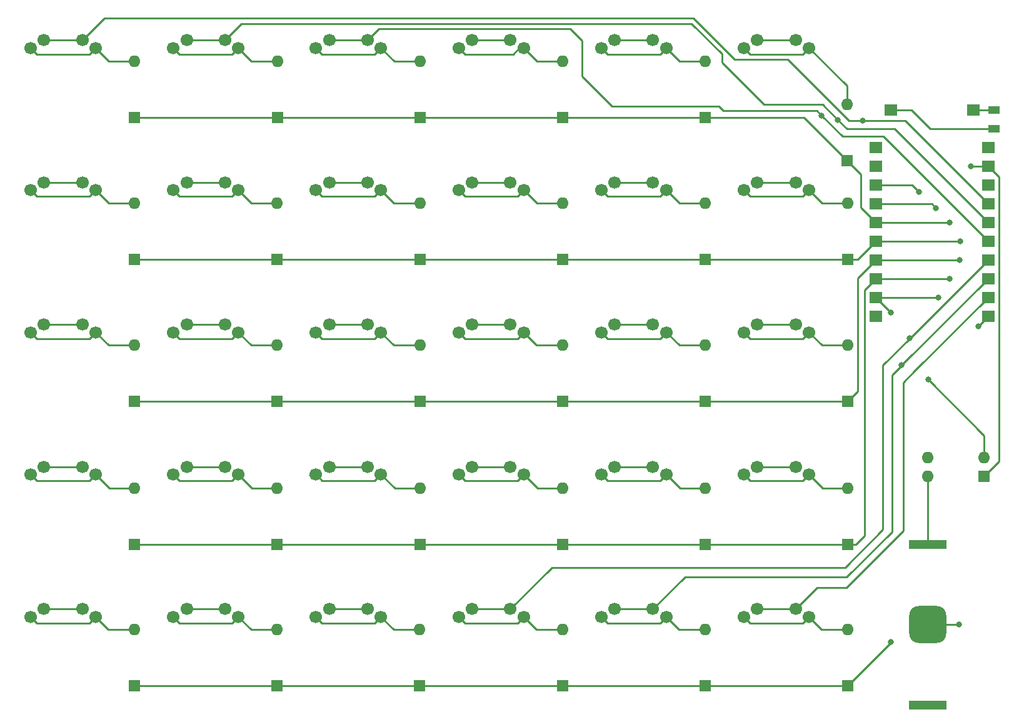
<source format=gbr>
%TF.GenerationSoftware,KiCad,Pcbnew,(6.0.8)*%
%TF.CreationDate,2023-02-14T18:00:54+07:00*%
%TF.ProjectId,dongle_256o,646f6e67-6c65-45f3-9235-366f2e6b6963,rev?*%
%TF.SameCoordinates,Original*%
%TF.FileFunction,Copper,L1,Top*%
%TF.FilePolarity,Positive*%
%FSLAX46Y46*%
G04 Gerber Fmt 4.6, Leading zero omitted, Abs format (unit mm)*
G04 Created by KiCad (PCBNEW (6.0.8)) date 2023-02-14 18:00:54*
%MOMM*%
%LPD*%
G01*
G04 APERTURE LIST*
G04 Aperture macros list*
%AMRoundRect*
0 Rectangle with rounded corners*
0 $1 Rounding radius*
0 $2 $3 $4 $5 $6 $7 $8 $9 X,Y pos of 4 corners*
0 Add a 4 corners polygon primitive as box body*
4,1,4,$2,$3,$4,$5,$6,$7,$8,$9,$2,$3,0*
0 Add four circle primitives for the rounded corners*
1,1,$1+$1,$2,$3*
1,1,$1+$1,$4,$5*
1,1,$1+$1,$6,$7*
1,1,$1+$1,$8,$9*
0 Add four rect primitives between the rounded corners*
20,1,$1+$1,$2,$3,$4,$5,0*
20,1,$1+$1,$4,$5,$6,$7,0*
20,1,$1+$1,$6,$7,$8,$9,0*
20,1,$1+$1,$8,$9,$2,$3,0*%
G04 Aperture macros list end*
%TA.AperFunction,SMDPad,CuDef*%
%ADD10R,1.800000X1.524000*%
%TD*%
%TA.AperFunction,ComponentPad*%
%ADD11R,1.600000X1.600000*%
%TD*%
%TA.AperFunction,ComponentPad*%
%ADD12O,1.600000X1.600000*%
%TD*%
%TA.AperFunction,ComponentPad*%
%ADD13C,1.700000*%
%TD*%
%TA.AperFunction,SMDPad,CuDef*%
%ADD14R,5.100000X1.200000*%
%TD*%
%TA.AperFunction,SMDPad,CuDef*%
%ADD15RoundRect,1.250000X1.250000X-1.250000X1.250000X1.250000X-1.250000X1.250000X-1.250000X-1.250000X0*%
%TD*%
%TA.AperFunction,SMDPad,CuDef*%
%ADD16R,1.524000X1.000000*%
%TD*%
%TA.AperFunction,ViaPad*%
%ADD17C,0.800000*%
%TD*%
%TA.AperFunction,Conductor*%
%ADD18C,0.250000*%
%TD*%
G04 APERTURE END LIST*
D10*
%TO.P,U1,0.02,0.02*%
%TO.N,Net-(SW15-Pad1)*%
X164070000Y-72645000D03*
%TO.P,U1,0.09,0.09*%
%TO.N,Net-(D19-Pad1)*%
X148830000Y-77725000D03*
%TO.P,U1,0.10,0.10*%
%TO.N,Net-(D25-Pad1)*%
X148830000Y-80265000D03*
%TO.P,U1,0.13,0.13*%
%TO.N,Net-(U1-Pad0.13)*%
X148830000Y-59945000D03*
%TO.P,U1,0.15,0.15*%
%TO.N,Net-(U1-Pad0.15)*%
X148830000Y-62485000D03*
%TO.P,U1,0.17,0.17*%
%TO.N,Net-(SW31-Pad3)*%
X148830000Y-65025000D03*
%TO.P,U1,0.20,0.20*%
%TO.N,Net-(SW31-Pad2)*%
X148830000Y-67565000D03*
%TO.P,U1,0.22,0.22*%
%TO.N,Net-(D1-Pad1)*%
X148830000Y-70105000D03*
%TO.P,U1,0.24,0.24*%
%TO.N,Net-(D10-Pad1)*%
X148830000Y-72645000D03*
%TO.P,U1,0.29,0.29*%
%TO.N,Net-(SW14-Pad1)*%
X164070000Y-70105000D03*
%TO.P,U1,0.31,0.31*%
%TO.N,Net-(SW1-Pad1)*%
X164070000Y-67565000D03*
%TO.P,U1,1.00,1.00*%
%TO.N,Net-(D13-Pad1)*%
X148830000Y-75185000D03*
%TO.P,U1,1.10,1.10*%
%TO.N,Net-(SW12-Pad1)*%
X164070000Y-80265000D03*
%TO.P,U1,1.13,1.13*%
%TO.N,Net-(SW11-Pad1)*%
X164070000Y-77725000D03*
%TO.P,U1,1.15,1.15*%
%TO.N,Net-(SW10-Pad1)*%
X164070000Y-75185000D03*
%TO.P,U1,G1,GND*%
%TO.N,Net-(BT1-Pad2)*%
X148830000Y-82805000D03*
%TO.P,U1,G2,GND*%
X164070000Y-82805000D03*
%TO.P,U1,G3,GND*%
X164070000Y-65025000D03*
%TO.P,U1,OUT,OUT*%
%TO.N,Net-(SW31-Pad1)*%
X164070000Y-62485000D03*
%TO.P,U1,SWDCLK,SWDCLK*%
%TO.N,Net-(J1-Pad1)*%
X162010000Y-54865000D03*
%TO.P,U1,SWDIO,SWDIO*%
%TO.N,Net-(J1-Pad2)*%
X150890000Y-54865000D03*
%TO.P,U1,VBUS,VBUS*%
%TO.N,Net-(U1-PadVBUS)*%
X164070000Y-59945000D03*
%TD*%
D11*
%TO.P,D17,1,K*%
%TO.N,Net-(D13-Pad1)*%
X125718000Y-94372500D03*
D12*
%TO.P,D17,2,A*%
%TO.N,Net-(D17-Pad2)*%
X125718000Y-86752500D03*
%TD*%
D13*
%TO.P,SW28,1,COL*%
%TO.N,Net-(SW10-Pad1)*%
X94130000Y-122470250D03*
X99330000Y-122470250D03*
%TO.P,SW28,2,ROW*%
%TO.N,Net-(D28-Pad2)*%
X101130000Y-123520250D03*
X92330000Y-123520250D03*
%TD*%
D11*
%TO.P,D30,1,K*%
%TO.N,Net-(D25-Pad1)*%
X145000000Y-132867500D03*
D12*
%TO.P,D30,2,A*%
%TO.N,Net-(D30-Pad2)*%
X145000000Y-125247500D03*
%TD*%
D11*
%TO.P,D12,1,K*%
%TO.N,Net-(D10-Pad1)*%
X145038000Y-75125000D03*
D12*
%TO.P,D12,2,A*%
%TO.N,Net-(D12-Pad2)*%
X145038000Y-67505000D03*
%TD*%
D11*
%TO.P,D21,1,K*%
%TO.N,Net-(D19-Pad1)*%
X87078000Y-113750000D03*
D12*
%TO.P,D21,2,A*%
%TO.N,Net-(D21-Pad2)*%
X87078000Y-106130000D03*
%TD*%
D11*
%TO.P,D22,1,K*%
%TO.N,Net-(D19-Pad1)*%
X106398000Y-113750000D03*
D12*
%TO.P,D22,2,A*%
%TO.N,Net-(D22-Pad2)*%
X106398000Y-106130000D03*
%TD*%
D13*
%TO.P,SW8,1,COL*%
%TO.N,Net-(SW14-Pad1)*%
X55490000Y-64673000D03*
X60690000Y-64673000D03*
%TO.P,SW8,2,ROW*%
%TO.N,Net-(D8-Pad2)*%
X53690000Y-65723000D03*
X62490000Y-65723000D03*
%TD*%
%TO.P,SW24,1,COL*%
%TO.N,Net-(SW12-Pad1)*%
X137970000Y-103204500D03*
X132770000Y-103204500D03*
%TO.P,SW24,2,ROW*%
%TO.N,Net-(D24-Pad2)*%
X130970000Y-104254500D03*
X139770000Y-104254500D03*
%TD*%
D11*
%TO.P,D5,1,K*%
%TO.N,Net-(D1-Pad1)*%
X125722000Y-55877500D03*
D12*
%TO.P,D5,2,A*%
%TO.N,Net-(D5-Pad2)*%
X125722000Y-48257500D03*
%TD*%
D13*
%TO.P,SW27,1,COL*%
%TO.N,Net-(SW15-Pad1)*%
X74810000Y-122470250D03*
X80010000Y-122470250D03*
%TO.P,SW27,2,ROW*%
%TO.N,Net-(D27-Pad2)*%
X73010000Y-123520250D03*
X81810000Y-123520250D03*
%TD*%
D11*
%TO.P,D27,1,K*%
%TO.N,Net-(D25-Pad1)*%
X87054000Y-132867500D03*
D12*
%TO.P,D27,2,A*%
%TO.N,Net-(D27-Pad2)*%
X87054000Y-125247500D03*
%TD*%
D13*
%TO.P,SW29,1,COL*%
%TO.N,Net-(SW11-Pad1)*%
X113450000Y-122470250D03*
X118650000Y-122470250D03*
%TO.P,SW29,2,ROW*%
%TO.N,Net-(D29-Pad2)*%
X120450000Y-123520250D03*
X111650000Y-123520250D03*
%TD*%
D14*
%TO.P,BT1,1,+*%
%TO.N,Net-(BT1-Pad1)*%
X155900000Y-113700000D03*
X155900000Y-135500000D03*
D15*
%TO.P,BT1,2,-*%
%TO.N,Net-(BT1-Pad2)*%
X155900000Y-124600000D03*
%TD*%
D11*
%TO.P,D20,1,K*%
%TO.N,Net-(D19-Pad1)*%
X67758000Y-113750000D03*
D12*
%TO.P,D20,2,A*%
%TO.N,Net-(D20-Pad2)*%
X67758000Y-106130000D03*
%TD*%
D13*
%TO.P,SW10,1,COL*%
%TO.N,Net-(SW10-Pad1)*%
X99330000Y-64673000D03*
X94130000Y-64673000D03*
%TO.P,SW10,2,ROW*%
%TO.N,Net-(D10-Pad2)*%
X101130000Y-65723000D03*
X92330000Y-65723000D03*
%TD*%
D11*
%TO.P,D4,1,K*%
%TO.N,Net-(D1-Pad1)*%
X106406000Y-55877500D03*
D12*
%TO.P,D4,2,A*%
%TO.N,Net-(D4-Pad2)*%
X106406000Y-48257500D03*
%TD*%
D13*
%TO.P,SW3,1,COL*%
%TO.N,Net-(SW15-Pad1)*%
X74810000Y-45407250D03*
X80010000Y-45407250D03*
%TO.P,SW3,2,ROW*%
%TO.N,Net-(D3-Pad2)*%
X73010000Y-46457250D03*
X81810000Y-46457250D03*
%TD*%
D11*
%TO.P,D29,1,K*%
%TO.N,Net-(D25-Pad1)*%
X125710000Y-132867500D03*
D12*
%TO.P,D29,2,A*%
%TO.N,Net-(D29-Pad2)*%
X125710000Y-125247500D03*
%TD*%
D11*
%TO.P,D16,1,K*%
%TO.N,Net-(D13-Pad1)*%
X106398000Y-94372500D03*
D12*
%TO.P,D16,2,A*%
%TO.N,Net-(D16-Pad2)*%
X106398000Y-86752500D03*
%TD*%
D13*
%TO.P,SW11,1,COL*%
%TO.N,Net-(SW11-Pad1)*%
X113450000Y-64673000D03*
X118650000Y-64673000D03*
%TO.P,SW11,2,ROW*%
%TO.N,Net-(D11-Pad2)*%
X120450000Y-65723000D03*
X111650000Y-65723000D03*
%TD*%
D16*
%TO.P,J2,1,Pin_1*%
%TO.N,Net-(J1-Pad1)*%
X164850000Y-54900000D03*
%TO.P,J2,2,Pin_2*%
%TO.N,Net-(J1-Pad2)*%
X164850000Y-57440000D03*
%TD*%
D11*
%TO.P,D18,1,K*%
%TO.N,Net-(D13-Pad1)*%
X145038000Y-94372500D03*
D12*
%TO.P,D18,2,A*%
%TO.N,Net-(D18-Pad2)*%
X145038000Y-86752500D03*
%TD*%
D11*
%TO.P,D26,1,K*%
%TO.N,Net-(D25-Pad1)*%
X67726000Y-132867500D03*
D12*
%TO.P,D26,2,A*%
%TO.N,Net-(D26-Pad2)*%
X67726000Y-125247500D03*
%TD*%
D13*
%TO.P,SW4,1,COL*%
%TO.N,Net-(SW10-Pad1)*%
X99330000Y-45407250D03*
X94130000Y-45407250D03*
%TO.P,SW4,2,ROW*%
%TO.N,Net-(D4-Pad2)*%
X101130000Y-46457250D03*
X92330000Y-46457250D03*
%TD*%
D11*
%TO.P,D3,1,K*%
%TO.N,Net-(D1-Pad1)*%
X87090000Y-55877500D03*
D12*
%TO.P,D3,2,A*%
%TO.N,Net-(D3-Pad2)*%
X87090000Y-48257500D03*
%TD*%
D13*
%TO.P,SW17,1,COL*%
%TO.N,Net-(SW11-Pad1)*%
X118650000Y-83938750D03*
X113450000Y-83938750D03*
%TO.P,SW17,2,ROW*%
%TO.N,Net-(D17-Pad2)*%
X111650000Y-84988750D03*
X120450000Y-84988750D03*
%TD*%
%TO.P,SW19,1,COL*%
%TO.N,Net-(SW1-Pad1)*%
X41370000Y-103204500D03*
X36170000Y-103204500D03*
%TO.P,SW19,2,ROW*%
%TO.N,Net-(D19-Pad2)*%
X34370000Y-104254500D03*
X43170000Y-104254500D03*
%TD*%
%TO.P,SW26,1,COL*%
%TO.N,Net-(SW14-Pad1)*%
X60690000Y-122470250D03*
X55490000Y-122470250D03*
%TO.P,SW26,2,ROW*%
%TO.N,Net-(D26-Pad2)*%
X53690000Y-123520250D03*
X62490000Y-123520250D03*
%TD*%
%TO.P,SW1,1,COL*%
%TO.N,Net-(SW1-Pad1)*%
X36170000Y-45407250D03*
X41370000Y-45407250D03*
%TO.P,SW1,2,ROW*%
%TO.N,Net-(D1-Pad2)*%
X43170000Y-46457250D03*
X34370000Y-46457250D03*
%TD*%
D11*
%TO.P,D7,1,K*%
%TO.N,Net-(D10-Pad1)*%
X48438000Y-75125000D03*
D12*
%TO.P,D7,2,A*%
%TO.N,Net-(D7-Pad2)*%
X48438000Y-67505000D03*
%TD*%
D11*
%TO.P,D11,1,K*%
%TO.N,Net-(D10-Pad1)*%
X125718000Y-75125000D03*
D12*
%TO.P,D11,2,A*%
%TO.N,Net-(D11-Pad2)*%
X125718000Y-67505000D03*
%TD*%
D13*
%TO.P,SW2,1,COL*%
%TO.N,Net-(SW14-Pad1)*%
X60690000Y-45407250D03*
X55490000Y-45407250D03*
%TO.P,SW2,2,ROW*%
%TO.N,Net-(D2-Pad2)*%
X53690000Y-46457250D03*
X62490000Y-46457250D03*
%TD*%
D11*
%TO.P,D14,1,K*%
%TO.N,Net-(D13-Pad1)*%
X67758000Y-94372500D03*
D12*
%TO.P,D14,2,A*%
%TO.N,Net-(D14-Pad2)*%
X67758000Y-86752500D03*
%TD*%
D13*
%TO.P,SW12,1,COL*%
%TO.N,Net-(SW12-Pad1)*%
X132770000Y-64673000D03*
X137970000Y-64673000D03*
%TO.P,SW12,2,ROW*%
%TO.N,Net-(D12-Pad2)*%
X130970000Y-65723000D03*
X139770000Y-65723000D03*
%TD*%
%TO.P,SW23,1,COL*%
%TO.N,Net-(SW11-Pad1)*%
X113450000Y-103204500D03*
X118650000Y-103204500D03*
%TO.P,SW23,2,ROW*%
%TO.N,Net-(D23-Pad2)*%
X111650000Y-104254500D03*
X120450000Y-104254500D03*
%TD*%
%TO.P,SW5,1,COL*%
%TO.N,Net-(SW11-Pad1)*%
X113450000Y-45407250D03*
X118650000Y-45407250D03*
%TO.P,SW5,2,ROW*%
%TO.N,Net-(D5-Pad2)*%
X120450000Y-46457250D03*
X111650000Y-46457250D03*
%TD*%
%TO.P,SW6,1,COL*%
%TO.N,Net-(SW12-Pad1)*%
X132770000Y-45407250D03*
X137970000Y-45407250D03*
%TO.P,SW6,2,ROW*%
%TO.N,Net-(D6-Pad2)*%
X130970000Y-46457250D03*
X139770000Y-46457250D03*
%TD*%
D11*
%TO.P,D25,1,K*%
%TO.N,Net-(D25-Pad1)*%
X48398000Y-132867500D03*
D12*
%TO.P,D25,2,A*%
%TO.N,Net-(D25-Pad2)*%
X48398000Y-125247500D03*
%TD*%
D13*
%TO.P,SW14,1,COL*%
%TO.N,Net-(SW14-Pad1)*%
X60690000Y-83938750D03*
X55490000Y-83938750D03*
%TO.P,SW14,2,ROW*%
%TO.N,Net-(D14-Pad2)*%
X62490000Y-84988750D03*
X53690000Y-84988750D03*
%TD*%
%TO.P,SW20,1,COL*%
%TO.N,Net-(SW14-Pad1)*%
X60690000Y-103204500D03*
X55490000Y-103204500D03*
%TO.P,SW20,2,ROW*%
%TO.N,Net-(D20-Pad2)*%
X62490000Y-104254500D03*
X53690000Y-104254500D03*
%TD*%
D11*
%TO.P,D9,1,K*%
%TO.N,Net-(D10-Pad1)*%
X87078000Y-75125000D03*
D12*
%TO.P,D9,2,A*%
%TO.N,Net-(D9-Pad2)*%
X87078000Y-67505000D03*
%TD*%
D11*
%TO.P,D19,1,K*%
%TO.N,Net-(D19-Pad1)*%
X48438000Y-113750000D03*
D12*
%TO.P,D19,2,A*%
%TO.N,Net-(D19-Pad2)*%
X48438000Y-106130000D03*
%TD*%
D11*
%TO.P,D15,1,K*%
%TO.N,Net-(D13-Pad1)*%
X87078000Y-94372500D03*
D12*
%TO.P,D15,2,A*%
%TO.N,Net-(D15-Pad2)*%
X87078000Y-86752500D03*
%TD*%
D11*
%TO.P,D2,1,K*%
%TO.N,Net-(D1-Pad1)*%
X67774000Y-55877500D03*
D12*
%TO.P,D2,2,A*%
%TO.N,Net-(D2-Pad2)*%
X67774000Y-48257500D03*
%TD*%
D11*
%TO.P,D13,1,K*%
%TO.N,Net-(D13-Pad1)*%
X48438000Y-94372500D03*
D12*
%TO.P,D13,2,A*%
%TO.N,Net-(D13-Pad2)*%
X48438000Y-86752500D03*
%TD*%
D13*
%TO.P,SW15,1,COL*%
%TO.N,Net-(SW15-Pad1)*%
X74810000Y-83938750D03*
X80010000Y-83938750D03*
%TO.P,SW15,2,ROW*%
%TO.N,Net-(D15-Pad2)*%
X73010000Y-84988750D03*
X81810000Y-84988750D03*
%TD*%
%TO.P,SW30,1,COL*%
%TO.N,Net-(SW12-Pad1)*%
X132770000Y-122470250D03*
X137970000Y-122470250D03*
%TO.P,SW30,2,ROW*%
%TO.N,Net-(D30-Pad2)*%
X130970000Y-123520250D03*
X139770000Y-123520250D03*
%TD*%
%TO.P,SW18,1,COL*%
%TO.N,Net-(SW12-Pad1)*%
X132770000Y-83938750D03*
X137970000Y-83938750D03*
%TO.P,SW18,2,ROW*%
%TO.N,Net-(D18-Pad2)*%
X139770000Y-84988750D03*
X130970000Y-84988750D03*
%TD*%
D11*
%TO.P,SW31,1*%
%TO.N,Net-(SW31-Pad1)*%
X163500000Y-104475000D03*
D12*
%TO.P,SW31,2*%
%TO.N,Net-(SW31-Pad2)*%
X163500000Y-101935000D03*
%TO.P,SW31,3*%
%TO.N,Net-(SW31-Pad3)*%
X155880000Y-101935000D03*
%TO.P,SW31,4*%
%TO.N,Net-(BT1-Pad1)*%
X155880000Y-104475000D03*
%TD*%
D11*
%TO.P,D6,1,K*%
%TO.N,Net-(D1-Pad1)*%
X144900000Y-61710000D03*
D12*
%TO.P,D6,2,A*%
%TO.N,Net-(D6-Pad2)*%
X144900000Y-54090000D03*
%TD*%
D13*
%TO.P,SW9,1,COL*%
%TO.N,Net-(SW15-Pad1)*%
X80010000Y-64673000D03*
X74810000Y-64673000D03*
%TO.P,SW9,2,ROW*%
%TO.N,Net-(D9-Pad2)*%
X81810000Y-65723000D03*
X73010000Y-65723000D03*
%TD*%
%TO.P,SW21,1,COL*%
%TO.N,Net-(SW15-Pad1)*%
X80010000Y-103204500D03*
X74810000Y-103204500D03*
%TO.P,SW21,2,ROW*%
%TO.N,Net-(D21-Pad2)*%
X73010000Y-104254500D03*
X81810000Y-104254500D03*
%TD*%
%TO.P,SW16,1,COL*%
%TO.N,Net-(SW10-Pad1)*%
X94130000Y-83938750D03*
X99330000Y-83938750D03*
%TO.P,SW16,2,ROW*%
%TO.N,Net-(D16-Pad2)*%
X101130000Y-84988750D03*
X92330000Y-84988750D03*
%TD*%
D11*
%TO.P,D28,1,K*%
%TO.N,Net-(D25-Pad1)*%
X106382000Y-132867500D03*
D12*
%TO.P,D28,2,A*%
%TO.N,Net-(D28-Pad2)*%
X106382000Y-125247500D03*
%TD*%
D13*
%TO.P,SW13,1,COL*%
%TO.N,Net-(SW1-Pad1)*%
X41370000Y-83938750D03*
X36170000Y-83938750D03*
%TO.P,SW13,2,ROW*%
%TO.N,Net-(D13-Pad2)*%
X43170000Y-84988750D03*
X34370000Y-84988750D03*
%TD*%
D11*
%TO.P,D8,1,K*%
%TO.N,Net-(D10-Pad1)*%
X67758000Y-75125000D03*
D12*
%TO.P,D8,2,A*%
%TO.N,Net-(D8-Pad2)*%
X67758000Y-67505000D03*
%TD*%
D13*
%TO.P,SW7,1,COL*%
%TO.N,Net-(SW1-Pad1)*%
X41370000Y-64673000D03*
X36170000Y-64673000D03*
%TO.P,SW7,2,ROW*%
%TO.N,Net-(D7-Pad2)*%
X34370000Y-65723000D03*
X43170000Y-65723000D03*
%TD*%
D11*
%TO.P,D23,1,K*%
%TO.N,Net-(D19-Pad1)*%
X125718000Y-113750000D03*
D12*
%TO.P,D23,2,A*%
%TO.N,Net-(D23-Pad2)*%
X125718000Y-106130000D03*
%TD*%
D11*
%TO.P,D24,1,K*%
%TO.N,Net-(D19-Pad1)*%
X145000000Y-113750000D03*
D12*
%TO.P,D24,2,A*%
%TO.N,Net-(D24-Pad2)*%
X145000000Y-106130000D03*
%TD*%
D13*
%TO.P,SW22,1,COL*%
%TO.N,Net-(SW10-Pad1)*%
X99330000Y-103204500D03*
X94130000Y-103204500D03*
%TO.P,SW22,2,ROW*%
%TO.N,Net-(D22-Pad2)*%
X92330000Y-104254500D03*
X101130000Y-104254500D03*
%TD*%
%TO.P,SW25,1,COL*%
%TO.N,Net-(SW1-Pad1)*%
X41370000Y-122470250D03*
X36170000Y-122470250D03*
%TO.P,SW25,2,ROW*%
%TO.N,Net-(D25-Pad2)*%
X43170000Y-123520250D03*
X34370000Y-123520250D03*
%TD*%
D11*
%TO.P,D1,1,K*%
%TO.N,Net-(D1-Pad1)*%
X48458000Y-55877500D03*
D12*
%TO.P,D1,2,A*%
%TO.N,Net-(D1-Pad2)*%
X48458000Y-48257500D03*
%TD*%
D11*
%TO.P,D10,1,K*%
%TO.N,Net-(D10-Pad1)*%
X106398000Y-75125000D03*
D12*
%TO.P,D10,2,A*%
%TO.N,Net-(D10-Pad2)*%
X106398000Y-67505000D03*
%TD*%
D17*
%TO.N,Net-(D1-Pad1)*%
X158795000Y-70105000D03*
%TO.N,Net-(D10-Pad1)*%
X160250000Y-72645000D03*
%TO.N,Net-(D13-Pad1)*%
X160200000Y-75185000D03*
%TO.N,Net-(D19-Pad1)*%
X158850000Y-77725000D03*
%TO.N,Net-(D25-Pad1)*%
X150865000Y-126915000D03*
X150865000Y-82300000D03*
X157335000Y-80265000D03*
%TO.N,Net-(SW1-Pad1)*%
X147050000Y-56300000D03*
%TO.N,Net-(SW14-Pad1)*%
X143700000Y-56200000D03*
%TO.N,Net-(SW15-Pad1)*%
X141500000Y-55600000D03*
%TO.N,Net-(SW10-Pad1)*%
X153400000Y-85800000D03*
%TO.N,Net-(SW11-Pad1)*%
X152300000Y-89450000D03*
%TO.N,Net-(BT1-Pad2)*%
X160100000Y-124600000D03*
X162712500Y-84162500D03*
%TO.N,Net-(SW31-Pad1)*%
X161700000Y-62485000D03*
%TO.N,Net-(SW31-Pad2)*%
X157000000Y-68150000D03*
X155950000Y-91400000D03*
%TO.N,Net-(SW31-Pad3)*%
X154650000Y-65950000D03*
%TD*%
D18*
%TO.N,Net-(D1-Pad1)*%
X146800000Y-68075000D02*
X148830000Y-70105000D01*
X67774000Y-55877500D02*
X87090000Y-55877500D01*
X146800000Y-63610000D02*
X146800000Y-68075000D01*
X125722000Y-55877500D02*
X139067500Y-55877500D01*
X48458000Y-55877500D02*
X67774000Y-55877500D01*
X87090000Y-55877500D02*
X106406000Y-55877500D01*
X148830000Y-70105000D02*
X158795000Y-70105000D01*
X139067500Y-55877500D02*
X144900000Y-61710000D01*
X106406000Y-55877500D02*
X125722000Y-55877500D01*
X144900000Y-61710000D02*
X146800000Y-63610000D01*
%TO.N,Net-(D1-Pad2)*%
X42320000Y-47307250D02*
X35220000Y-47307250D01*
X43170000Y-46457250D02*
X42320000Y-47307250D01*
X44970250Y-48257500D02*
X43170000Y-46457250D01*
X48458000Y-48257500D02*
X44970250Y-48257500D01*
X35220000Y-47307250D02*
X34370000Y-46457250D01*
%TO.N,Net-(D2-Pad2)*%
X62490000Y-46610000D02*
X62450000Y-46650000D01*
X64290250Y-48257500D02*
X62490000Y-46457250D01*
X67774000Y-48257500D02*
X64290250Y-48257500D01*
X62490000Y-46457250D02*
X62490000Y-46610000D01*
X61640000Y-47307250D02*
X54540000Y-47307250D01*
X62490000Y-46457250D02*
X61640000Y-47307250D01*
X54540000Y-47307250D02*
X53690000Y-46457250D01*
%TO.N,Net-(D3-Pad2)*%
X80960000Y-47307250D02*
X73860000Y-47307250D01*
X81810000Y-46457250D02*
X80960000Y-47307250D01*
X73860000Y-47307250D02*
X73010000Y-46457250D01*
X87090000Y-48257500D02*
X83610250Y-48257500D01*
X83610250Y-48257500D02*
X81810000Y-46457250D01*
%TO.N,Net-(D4-Pad2)*%
X100550000Y-46450000D02*
X99692750Y-47307250D01*
X101130000Y-46457250D02*
X100557250Y-46457250D01*
X106406000Y-48257500D02*
X102930250Y-48257500D01*
X100557250Y-46457250D02*
X100550000Y-46450000D01*
X102930250Y-48257500D02*
X101130000Y-46457250D01*
X93180000Y-47307250D02*
X92330000Y-46457250D01*
X99692750Y-47307250D02*
X93180000Y-47307250D01*
%TO.N,Net-(D5-Pad2)*%
X120450000Y-46457250D02*
X119600000Y-47307250D01*
X122250250Y-48257500D02*
X120450000Y-46457250D01*
X119600000Y-47307250D02*
X112500000Y-47307250D01*
X125722000Y-48257500D02*
X122250250Y-48257500D01*
X112500000Y-47307250D02*
X111650000Y-46457250D01*
%TO.N,Net-(D6-Pad2)*%
X144900000Y-51587250D02*
X139770000Y-46457250D01*
X131820000Y-47307250D02*
X130970000Y-46457250D01*
X139770000Y-46457250D02*
X138920000Y-47307250D01*
X138920000Y-47307250D02*
X131820000Y-47307250D01*
X144900000Y-54090000D02*
X144900000Y-51587250D01*
%TO.N,Net-(D10-Pad1)*%
X145038000Y-75125000D02*
X125718000Y-75125000D01*
X146350000Y-75125000D02*
X148830000Y-72645000D01*
X145038000Y-75125000D02*
X146350000Y-75125000D01*
X87078000Y-75125000D02*
X106398000Y-75125000D01*
X160250000Y-72645000D02*
X148830000Y-72645000D01*
X87078000Y-75125000D02*
X67758000Y-75125000D01*
X125718000Y-75125000D02*
X106398000Y-75125000D01*
X67758000Y-75125000D02*
X48438000Y-75125000D01*
%TO.N,Net-(D7-Pad2)*%
X44952000Y-67505000D02*
X43170000Y-65723000D01*
X35220000Y-66573000D02*
X34370000Y-65723000D01*
X43170000Y-65723000D02*
X42320000Y-66573000D01*
X42320000Y-66573000D02*
X35220000Y-66573000D01*
X48438000Y-67505000D02*
X44952000Y-67505000D01*
%TO.N,Net-(D8-Pad2)*%
X62490000Y-65723000D02*
X61640000Y-66573000D01*
X64272000Y-67505000D02*
X62490000Y-65723000D01*
X67758000Y-67505000D02*
X64272000Y-67505000D01*
X54540000Y-66573000D02*
X53690000Y-65723000D01*
X61640000Y-66573000D02*
X54540000Y-66573000D01*
%TO.N,Net-(D9-Pad2)*%
X73860000Y-66573000D02*
X73010000Y-65723000D01*
X81810000Y-65723000D02*
X80960000Y-66573000D01*
X80960000Y-66573000D02*
X73860000Y-66573000D01*
X83592000Y-67505000D02*
X81810000Y-65723000D01*
X87078000Y-67505000D02*
X83592000Y-67505000D01*
%TO.N,Net-(D10-Pad2)*%
X102912000Y-67505000D02*
X101130000Y-65723000D01*
X100280000Y-66573000D02*
X93180000Y-66573000D01*
X93180000Y-66573000D02*
X92330000Y-65723000D01*
X101130000Y-65723000D02*
X100280000Y-66573000D01*
X106398000Y-67505000D02*
X102912000Y-67505000D01*
%TO.N,Net-(D11-Pad2)*%
X119600000Y-66573000D02*
X112500000Y-66573000D01*
X125718000Y-67505000D02*
X122232000Y-67505000D01*
X120450000Y-65723000D02*
X119600000Y-66573000D01*
X112500000Y-66573000D02*
X111650000Y-65723000D01*
X122232000Y-67505000D02*
X120450000Y-65723000D01*
%TO.N,Net-(D12-Pad2)*%
X139770000Y-65723000D02*
X138920000Y-66573000D01*
X138920000Y-66573000D02*
X131820000Y-66573000D01*
X141552000Y-67505000D02*
X139770000Y-65723000D01*
X145038000Y-67505000D02*
X141552000Y-67505000D01*
X131820000Y-66573000D02*
X130970000Y-65723000D01*
%TO.N,Net-(D13-Pad1)*%
X106398000Y-94372500D02*
X87078000Y-94372500D01*
X67758000Y-94372500D02*
X48438000Y-94372500D01*
X146400000Y-93010500D02*
X146400000Y-77615000D01*
X125718000Y-94372500D02*
X106398000Y-94372500D01*
X148830000Y-75185000D02*
X160200000Y-75185000D01*
X145038000Y-94372500D02*
X125718000Y-94372500D01*
X145038000Y-94372500D02*
X146400000Y-93010500D01*
X87078000Y-94372500D02*
X67758000Y-94372500D01*
X146400000Y-77615000D02*
X148830000Y-75185000D01*
%TO.N,Net-(D13-Pad2)*%
X42320000Y-85838750D02*
X35220000Y-85838750D01*
X44933750Y-86752500D02*
X43170000Y-84988750D01*
X48438000Y-86752500D02*
X44933750Y-86752500D01*
X35220000Y-85838750D02*
X34370000Y-84988750D01*
X43170000Y-84988750D02*
X42320000Y-85838750D01*
%TO.N,Net-(D14-Pad2)*%
X62490000Y-84988750D02*
X61640000Y-85838750D01*
X64253750Y-86752500D02*
X62490000Y-84988750D01*
X61640000Y-85838750D02*
X54540000Y-85838750D01*
X67758000Y-86752500D02*
X64253750Y-86752500D01*
X54540000Y-85838750D02*
X53690000Y-84988750D01*
%TO.N,Net-(D15-Pad2)*%
X83573750Y-86752500D02*
X81810000Y-84988750D01*
X87078000Y-86752500D02*
X83573750Y-86752500D01*
X73860000Y-85838750D02*
X73010000Y-84988750D01*
X80960000Y-85838750D02*
X73860000Y-85838750D01*
X81810000Y-84988750D02*
X80960000Y-85838750D01*
%TO.N,Net-(D16-Pad2)*%
X106398000Y-86752500D02*
X102893750Y-86752500D01*
X100280000Y-85838750D02*
X93180000Y-85838750D01*
X93180000Y-85838750D02*
X92330000Y-84988750D01*
X102893750Y-86752500D02*
X101130000Y-84988750D01*
X101130000Y-84988750D02*
X100280000Y-85838750D01*
%TO.N,Net-(D17-Pad2)*%
X112500000Y-85838750D02*
X111650000Y-84988750D01*
X122213750Y-86752500D02*
X120450000Y-84988750D01*
X120450000Y-84988750D02*
X119600000Y-85838750D01*
X119600000Y-85838750D02*
X112500000Y-85838750D01*
X125718000Y-86752500D02*
X122213750Y-86752500D01*
%TO.N,Net-(D18-Pad2)*%
X139770000Y-84988750D02*
X138920000Y-85838750D01*
X141533750Y-86752500D02*
X139770000Y-84988750D01*
X145038000Y-86752500D02*
X141533750Y-86752500D01*
X138920000Y-85838750D02*
X131820000Y-85838750D01*
X131820000Y-85838750D02*
X130970000Y-84988750D01*
%TO.N,Net-(D19-Pad1)*%
X145000000Y-113750000D02*
X125718000Y-113750000D01*
X147325000Y-112525000D02*
X147325000Y-79230000D01*
X106398000Y-113750000D02*
X87078000Y-113750000D01*
X146100000Y-113750000D02*
X147325000Y-112525000D01*
X125718000Y-113750000D02*
X106398000Y-113750000D01*
X67758000Y-113750000D02*
X48438000Y-113750000D01*
X158850000Y-77725000D02*
X148830000Y-77725000D01*
X147325000Y-79230000D02*
X148830000Y-77725000D01*
X87078000Y-113750000D02*
X67758000Y-113750000D01*
X145000000Y-113750000D02*
X146100000Y-113750000D01*
%TO.N,Net-(D19-Pad2)*%
X34370000Y-104254500D02*
X35220000Y-105104500D01*
X43170000Y-104254500D02*
X45045500Y-106130000D01*
X35220000Y-105104500D02*
X42320000Y-105104500D01*
X42320000Y-105104500D02*
X43170000Y-104254500D01*
X45045500Y-106130000D02*
X48438000Y-106130000D01*
%TO.N,Net-(D20-Pad2)*%
X61640000Y-105104500D02*
X62490000Y-104254500D01*
X54540000Y-105104500D02*
X61640000Y-105104500D01*
X53690000Y-104254500D02*
X54540000Y-105104500D01*
X67758000Y-106130000D02*
X64365500Y-106130000D01*
X64365500Y-106130000D02*
X62490000Y-104254500D01*
%TO.N,Net-(D21-Pad2)*%
X83685500Y-106130000D02*
X81810000Y-104254500D01*
X87078000Y-106130000D02*
X83685500Y-106130000D01*
X73860000Y-105104500D02*
X73105500Y-104350000D01*
X80960000Y-105104500D02*
X73860000Y-105104500D01*
X81810000Y-104254500D02*
X80960000Y-105104500D01*
X73105500Y-104350000D02*
X72150000Y-104350000D01*
%TO.N,Net-(D22-Pad2)*%
X103005500Y-106130000D02*
X101130000Y-104254500D01*
X100280000Y-105104500D02*
X93180000Y-105104500D01*
X106398000Y-106130000D02*
X103005500Y-106130000D01*
X101130000Y-104254500D02*
X100280000Y-105104500D01*
X93180000Y-105104500D02*
X92330000Y-104254500D01*
%TO.N,Net-(D23-Pad2)*%
X112500000Y-105104500D02*
X111650000Y-104254500D01*
X120450000Y-104254500D02*
X119600000Y-105104500D01*
X122325500Y-106130000D02*
X120450000Y-104254500D01*
X125718000Y-106130000D02*
X122325500Y-106130000D01*
X119600000Y-105104500D02*
X112500000Y-105104500D01*
%TO.N,Net-(D24-Pad2)*%
X138924500Y-105100000D02*
X131815500Y-105100000D01*
X131815500Y-105100000D02*
X130970000Y-104254500D01*
X139770000Y-104254500D02*
X138924500Y-105100000D01*
X141645500Y-106130000D02*
X139770000Y-104254500D01*
X145000000Y-106130000D02*
X141645500Y-106130000D01*
%TO.N,Net-(D25-Pad1)*%
X150865000Y-126985000D02*
X150865000Y-126915000D01*
X48398000Y-132867500D02*
X67726000Y-132867500D01*
X106382000Y-132867500D02*
X125710000Y-132867500D01*
X145000000Y-132867500D02*
X145000000Y-132850000D01*
X148830000Y-80265000D02*
X150865000Y-82300000D01*
X125710000Y-132867500D02*
X145000000Y-132867500D01*
X148830000Y-80265000D02*
X157335000Y-80265000D01*
X87054000Y-132867500D02*
X106382000Y-132867500D01*
X67726000Y-132867500D02*
X87054000Y-132867500D01*
X145000000Y-132850000D02*
X150865000Y-126985000D01*
%TO.N,Net-(D25-Pad2)*%
X43170000Y-123520250D02*
X42320000Y-124370250D01*
X48398000Y-125247500D02*
X44897250Y-125247500D01*
X35220000Y-124370250D02*
X34370000Y-123520250D01*
X44897250Y-125247500D02*
X43170000Y-123520250D01*
X42320000Y-124370250D02*
X35220000Y-124370250D01*
%TO.N,Net-(D26-Pad2)*%
X67726000Y-125247500D02*
X64217250Y-125247500D01*
X54540000Y-124370250D02*
X53690000Y-123520250D01*
X61640000Y-124370250D02*
X54540000Y-124370250D01*
X64217250Y-125247500D02*
X62490000Y-123520250D01*
X62490000Y-123520250D02*
X61640000Y-124370250D01*
%TO.N,Net-(D27-Pad2)*%
X81810000Y-123520250D02*
X80960000Y-124370250D01*
X87054000Y-125247500D02*
X83537250Y-125247500D01*
X80960000Y-124370250D02*
X73860000Y-124370250D01*
X73860000Y-124370250D02*
X73010000Y-123520250D01*
X83537250Y-125247500D02*
X81810000Y-123520250D01*
%TO.N,Net-(D28-Pad2)*%
X101130000Y-123520250D02*
X100280000Y-124370250D01*
X102857250Y-125247500D02*
X101130000Y-123520250D01*
X100280000Y-124370250D02*
X93180000Y-124370250D01*
X93180000Y-124370250D02*
X92330000Y-123520250D01*
X106382000Y-125247500D02*
X102857250Y-125247500D01*
%TO.N,Net-(D29-Pad2)*%
X112500000Y-124370250D02*
X111650000Y-123520250D01*
X119600000Y-124370250D02*
X112500000Y-124370250D01*
X120450000Y-123520250D02*
X119600000Y-124370250D01*
X122177250Y-125247500D02*
X120450000Y-123520250D01*
X125710000Y-125247500D02*
X122177250Y-125247500D01*
%TO.N,Net-(D30-Pad2)*%
X145000000Y-125247500D02*
X141497250Y-125247500D01*
X141497250Y-125247500D02*
X139770000Y-123520250D01*
X139770000Y-123520250D02*
X138920000Y-124370250D01*
X138920000Y-124370250D02*
X131820000Y-124370250D01*
X131820000Y-124370250D02*
X130970000Y-123520250D01*
%TO.N,Net-(SW1-Pad1)*%
X147050000Y-56300000D02*
X152805000Y-56300000D01*
X145200000Y-56300000D02*
X136900000Y-48000000D01*
X36170000Y-122470250D02*
X41370000Y-122470250D01*
X36170000Y-64673000D02*
X41370000Y-64673000D01*
X36170000Y-103204500D02*
X41370000Y-103204500D01*
X147050000Y-56300000D02*
X145200000Y-56300000D01*
X44327250Y-42450000D02*
X41370000Y-45407250D01*
X152805000Y-56300000D02*
X164070000Y-67565000D01*
X129700000Y-48000000D02*
X124150000Y-42450000D01*
X36170000Y-45407250D02*
X41370000Y-45407250D01*
X136900000Y-48000000D02*
X129700000Y-48000000D01*
X124150000Y-42450000D02*
X44327250Y-42450000D01*
X36170000Y-83938750D02*
X41370000Y-83938750D01*
%TO.N,Net-(SW14-Pad1)*%
X55490000Y-64673000D02*
X55615000Y-64548000D01*
X143700000Y-56200000D02*
X144900000Y-57400000D01*
X144900000Y-57400000D02*
X151365000Y-57400000D01*
X141650000Y-54150000D02*
X143700000Y-56200000D01*
X55490000Y-64673000D02*
X60690000Y-64673000D01*
X62897250Y-43200000D02*
X123900000Y-43200000D01*
X55490000Y-83938750D02*
X60690000Y-83938750D01*
X128000000Y-47300000D02*
X128000000Y-48450000D01*
X55490000Y-122470250D02*
X60690000Y-122470250D01*
X123900000Y-43200000D02*
X128000000Y-47300000D01*
X133700000Y-54150000D02*
X141650000Y-54150000D01*
X151365000Y-57400000D02*
X164070000Y-70105000D01*
X128000000Y-48450000D02*
X133700000Y-54150000D01*
X55490000Y-103204500D02*
X60690000Y-103204500D01*
X60690000Y-45407250D02*
X62897250Y-43200000D01*
X55490000Y-45407250D02*
X60690000Y-45407250D01*
%TO.N,Net-(SW15-Pad1)*%
X149875000Y-58450000D02*
X164070000Y-72645000D01*
X74810000Y-83938750D02*
X80010000Y-83938750D01*
X127600000Y-54400000D02*
X113100000Y-54400000D01*
X107450000Y-43900000D02*
X81517250Y-43900000D01*
X128200000Y-55000000D02*
X127600000Y-54400000D01*
X74810000Y-64673000D02*
X80010000Y-64673000D01*
X140900000Y-55000000D02*
X141500000Y-55600000D01*
X113100000Y-54400000D02*
X109000000Y-50300000D01*
X141500000Y-55600000D02*
X144350000Y-58450000D01*
X109000000Y-45450000D02*
X107450000Y-43900000D01*
X74810000Y-103204500D02*
X80010000Y-103204500D01*
X74810000Y-45407250D02*
X80010000Y-45407250D01*
X140900000Y-55000000D02*
X128200000Y-55000000D01*
X81517250Y-43900000D02*
X80010000Y-45407250D01*
X74810000Y-122470250D02*
X80010000Y-122470250D01*
X144350000Y-58450000D02*
X149875000Y-58450000D01*
X109000000Y-50300000D02*
X109000000Y-45450000D01*
%TO.N,Net-(SW10-Pad1)*%
X153400000Y-85800000D02*
X153455000Y-85800000D01*
X94130000Y-45407250D02*
X99330000Y-45407250D01*
X94130000Y-122470250D02*
X99330000Y-122470250D01*
X153400000Y-85800000D02*
X153400000Y-85855000D01*
X104950250Y-116850000D02*
X99330000Y-122470250D01*
X94130000Y-83938750D02*
X99330000Y-83938750D01*
X94130000Y-103204500D02*
X99330000Y-103204500D01*
X153455000Y-85800000D02*
X164070000Y-75185000D01*
X94130000Y-64673000D02*
X99330000Y-64673000D01*
X149800000Y-111700000D02*
X144650000Y-116850000D01*
X144650000Y-116850000D02*
X104950250Y-116850000D01*
X149800000Y-89455000D02*
X149800000Y-111700000D01*
X153400000Y-85855000D02*
X149800000Y-89455000D01*
%TO.N,Net-(SW11-Pad1)*%
X152300000Y-89450000D02*
X152300000Y-89495000D01*
X152300000Y-89495000D02*
X151000000Y-90795000D01*
X152300000Y-89450000D02*
X152345000Y-89450000D01*
X151000000Y-90795000D02*
X151000000Y-112000000D01*
X152345000Y-89450000D02*
X164070000Y-77725000D01*
X113450000Y-64673000D02*
X118650000Y-64673000D01*
X151000000Y-112000000D02*
X144850000Y-118150000D01*
X113450000Y-122470250D02*
X118650000Y-122470250D01*
X144850000Y-118150000D02*
X122970250Y-118150000D01*
X113450000Y-83938750D02*
X118650000Y-83938750D01*
X113450000Y-45407250D02*
X118650000Y-45407250D01*
X122970250Y-118150000D02*
X118650000Y-122470250D01*
X113450000Y-103204500D02*
X118650000Y-103204500D01*
%TO.N,Net-(SW12-Pad1)*%
X152550000Y-91785000D02*
X152550000Y-111850000D01*
X140890250Y-119550000D02*
X137970000Y-122470250D01*
X144850000Y-119550000D02*
X140890250Y-119550000D01*
X132770000Y-64673000D02*
X137970000Y-64673000D01*
X132770000Y-45407250D02*
X137970000Y-45407250D01*
X154117500Y-90217500D02*
X152550000Y-91785000D01*
X132770000Y-122470250D02*
X137970000Y-122470250D01*
X132770000Y-103204500D02*
X137970000Y-103204500D01*
X152550000Y-111850000D02*
X144850000Y-119550000D01*
X164070000Y-80265000D02*
X154117500Y-90217500D01*
X132770000Y-83938750D02*
X137970000Y-83938750D01*
%TO.N,Net-(BT1-Pad2)*%
X162712500Y-84162500D02*
X164070000Y-82805000D01*
X160100000Y-124600000D02*
X155900000Y-124600000D01*
%TO.N,Net-(SW31-Pad1)*%
X165500000Y-63915000D02*
X165500000Y-102475000D01*
X161700000Y-62485000D02*
X164070000Y-62485000D01*
X165500000Y-102475000D02*
X163500000Y-104475000D01*
X164070000Y-62485000D02*
X165500000Y-63915000D01*
%TO.N,Net-(SW31-Pad2)*%
X163500000Y-98950000D02*
X163500000Y-101935000D01*
X155950000Y-91400000D02*
X163500000Y-98950000D01*
X156415000Y-67565000D02*
X148830000Y-67565000D01*
X157000000Y-68150000D02*
X156415000Y-67565000D01*
%TO.N,Net-(BT1-Pad1)*%
X155900000Y-104495000D02*
X155880000Y-104475000D01*
X155850000Y-113700000D02*
X155900000Y-113650000D01*
X155900000Y-113650000D02*
X155900000Y-104495000D01*
%TO.N,Net-(J1-Pad1)*%
X162010000Y-54865000D02*
X164815000Y-54865000D01*
X164815000Y-54865000D02*
X164850000Y-54900000D01*
%TO.N,Net-(J1-Pad2)*%
X150890000Y-54865000D02*
X153665000Y-54865000D01*
X156240000Y-57440000D02*
X164850000Y-57440000D01*
X153665000Y-54865000D02*
X156240000Y-57440000D01*
%TO.N,Net-(SW31-Pad3)*%
X153725000Y-65025000D02*
X148830000Y-65025000D01*
X154650000Y-65950000D02*
X153725000Y-65025000D01*
%TD*%
M02*

</source>
